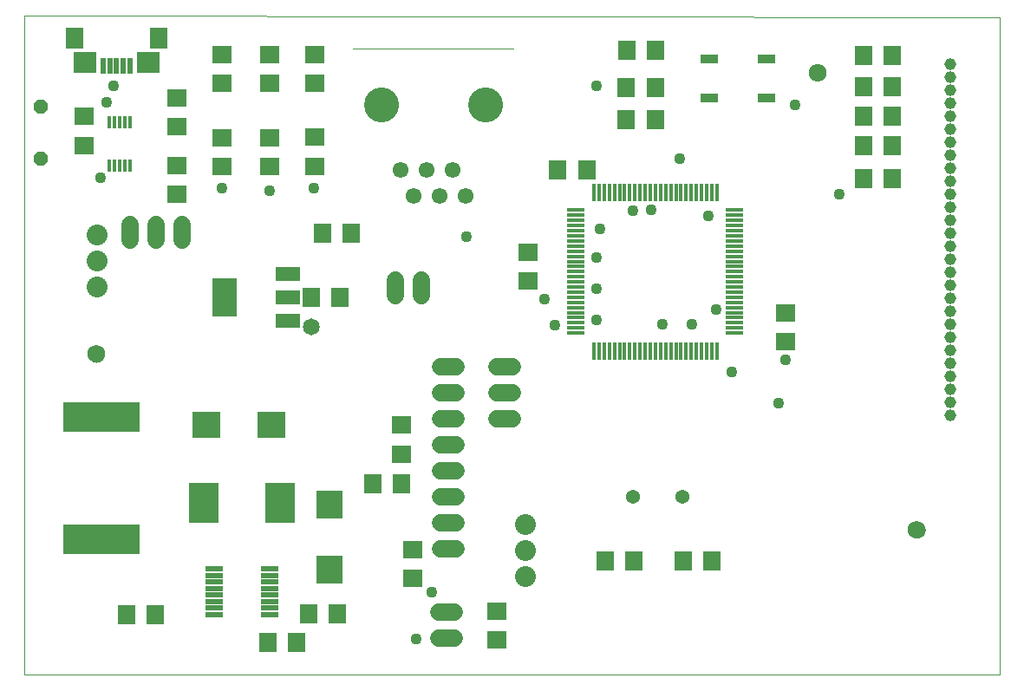
<source format=gts>
G75*
%MOIN*%
%OFA0B0*%
%FSLAX24Y24*%
%IPPOS*%
%LPD*%
%AMOC8*
5,1,8,0,0,1.08239X$1,22.5*
%
%ADD10C,0.0000*%
%ADD11C,0.0690*%
%ADD12C,0.0660*%
%ADD13R,0.0166X0.0651*%
%ADD14R,0.0651X0.0166*%
%ADD15R,0.0690X0.0770*%
%ADD16R,0.0770X0.0690*%
%ADD17R,0.0690X0.0769*%
%ADD18R,0.0769X0.0690*%
%ADD19C,0.0004*%
%ADD20C,0.0611*%
%ADD21C,0.1340*%
%ADD22R,0.0660X0.0360*%
%ADD23C,0.0540*%
%ADD24R,0.0158X0.0454*%
%ADD25OC8,0.0540*%
%ADD26C,0.0460*%
%ADD27R,0.0940X0.0540*%
%ADD28R,0.0926X0.1477*%
%ADD29C,0.0800*%
%ADD30R,0.0651X0.0237*%
%ADD31R,0.1084X0.1005*%
%ADD32R,0.1005X0.1084*%
%ADD33R,0.1162X0.1556*%
%ADD34R,0.2934X0.1162*%
%ADD35R,0.0887X0.0847*%
%ADD36R,0.0690X0.0808*%
%ADD37R,0.0217X0.0591*%
%ADD38C,0.0436*%
%ADD39C,0.0651*%
D10*
X001260Y000436D02*
X038752Y000436D01*
X038752Y025696D01*
X001260Y025756D01*
X001260Y000436D01*
X003705Y012766D02*
X003707Y012801D01*
X003713Y012836D01*
X003723Y012870D01*
X003736Y012903D01*
X003753Y012934D01*
X003774Y012962D01*
X003797Y012989D01*
X003824Y013012D01*
X003852Y013033D01*
X003883Y013050D01*
X003916Y013063D01*
X003950Y013073D01*
X003985Y013079D01*
X004020Y013081D01*
X004055Y013079D01*
X004090Y013073D01*
X004124Y013063D01*
X004157Y013050D01*
X004188Y013033D01*
X004216Y013012D01*
X004243Y012989D01*
X004266Y012962D01*
X004287Y012934D01*
X004304Y012903D01*
X004317Y012870D01*
X004327Y012836D01*
X004333Y012801D01*
X004335Y012766D01*
X004333Y012731D01*
X004327Y012696D01*
X004317Y012662D01*
X004304Y012629D01*
X004287Y012598D01*
X004266Y012570D01*
X004243Y012543D01*
X004216Y012520D01*
X004188Y012499D01*
X004157Y012482D01*
X004124Y012469D01*
X004090Y012459D01*
X004055Y012453D01*
X004020Y012451D01*
X003985Y012453D01*
X003950Y012459D01*
X003916Y012469D01*
X003883Y012482D01*
X003852Y012499D01*
X003824Y012520D01*
X003797Y012543D01*
X003774Y012570D01*
X003753Y012598D01*
X003736Y012629D01*
X003723Y012662D01*
X003713Y012696D01*
X003707Y012731D01*
X003705Y012766D01*
X014340Y022346D02*
X014342Y022396D01*
X014348Y022446D01*
X014358Y022495D01*
X014371Y022544D01*
X014389Y022591D01*
X014410Y022637D01*
X014434Y022680D01*
X014462Y022722D01*
X014493Y022762D01*
X014527Y022799D01*
X014564Y022833D01*
X014604Y022864D01*
X014646Y022892D01*
X014689Y022916D01*
X014735Y022937D01*
X014782Y022955D01*
X014831Y022968D01*
X014880Y022978D01*
X014930Y022984D01*
X014980Y022986D01*
X015030Y022984D01*
X015080Y022978D01*
X015129Y022968D01*
X015178Y022955D01*
X015225Y022937D01*
X015271Y022916D01*
X015314Y022892D01*
X015356Y022864D01*
X015396Y022833D01*
X015433Y022799D01*
X015467Y022762D01*
X015498Y022722D01*
X015526Y022680D01*
X015550Y022637D01*
X015571Y022591D01*
X015589Y022544D01*
X015602Y022495D01*
X015612Y022446D01*
X015618Y022396D01*
X015620Y022346D01*
X015618Y022296D01*
X015612Y022246D01*
X015602Y022197D01*
X015589Y022148D01*
X015571Y022101D01*
X015550Y022055D01*
X015526Y022012D01*
X015498Y021970D01*
X015467Y021930D01*
X015433Y021893D01*
X015396Y021859D01*
X015356Y021828D01*
X015314Y021800D01*
X015271Y021776D01*
X015225Y021755D01*
X015178Y021737D01*
X015129Y021724D01*
X015080Y021714D01*
X015030Y021708D01*
X014980Y021706D01*
X014930Y021708D01*
X014880Y021714D01*
X014831Y021724D01*
X014782Y021737D01*
X014735Y021755D01*
X014689Y021776D01*
X014646Y021800D01*
X014604Y021828D01*
X014564Y021859D01*
X014527Y021893D01*
X014493Y021930D01*
X014462Y021970D01*
X014434Y022012D01*
X014410Y022055D01*
X014389Y022101D01*
X014371Y022148D01*
X014358Y022197D01*
X014348Y022246D01*
X014342Y022296D01*
X014340Y022346D01*
X018340Y022346D02*
X018342Y022396D01*
X018348Y022446D01*
X018358Y022495D01*
X018371Y022544D01*
X018389Y022591D01*
X018410Y022637D01*
X018434Y022680D01*
X018462Y022722D01*
X018493Y022762D01*
X018527Y022799D01*
X018564Y022833D01*
X018604Y022864D01*
X018646Y022892D01*
X018689Y022916D01*
X018735Y022937D01*
X018782Y022955D01*
X018831Y022968D01*
X018880Y022978D01*
X018930Y022984D01*
X018980Y022986D01*
X019030Y022984D01*
X019080Y022978D01*
X019129Y022968D01*
X019178Y022955D01*
X019225Y022937D01*
X019271Y022916D01*
X019314Y022892D01*
X019356Y022864D01*
X019396Y022833D01*
X019433Y022799D01*
X019467Y022762D01*
X019498Y022722D01*
X019526Y022680D01*
X019550Y022637D01*
X019571Y022591D01*
X019589Y022544D01*
X019602Y022495D01*
X019612Y022446D01*
X019618Y022396D01*
X019620Y022346D01*
X019618Y022296D01*
X019612Y022246D01*
X019602Y022197D01*
X019589Y022148D01*
X019571Y022101D01*
X019550Y022055D01*
X019526Y022012D01*
X019498Y021970D01*
X019467Y021930D01*
X019433Y021893D01*
X019396Y021859D01*
X019356Y021828D01*
X019314Y021800D01*
X019271Y021776D01*
X019225Y021755D01*
X019178Y021737D01*
X019129Y021724D01*
X019080Y021714D01*
X019030Y021708D01*
X018980Y021706D01*
X018930Y021708D01*
X018880Y021714D01*
X018831Y021724D01*
X018782Y021737D01*
X018735Y021755D01*
X018689Y021776D01*
X018646Y021800D01*
X018604Y021828D01*
X018564Y021859D01*
X018527Y021893D01*
X018493Y021930D01*
X018462Y021970D01*
X018434Y022012D01*
X018410Y022055D01*
X018389Y022101D01*
X018371Y022148D01*
X018358Y022197D01*
X018348Y022246D01*
X018342Y022296D01*
X018340Y022346D01*
X031425Y023586D02*
X031427Y023621D01*
X031433Y023656D01*
X031443Y023690D01*
X031456Y023723D01*
X031473Y023754D01*
X031494Y023782D01*
X031517Y023809D01*
X031544Y023832D01*
X031572Y023853D01*
X031603Y023870D01*
X031636Y023883D01*
X031670Y023893D01*
X031705Y023899D01*
X031740Y023901D01*
X031775Y023899D01*
X031810Y023893D01*
X031844Y023883D01*
X031877Y023870D01*
X031908Y023853D01*
X031936Y023832D01*
X031963Y023809D01*
X031986Y023782D01*
X032007Y023754D01*
X032024Y023723D01*
X032037Y023690D01*
X032047Y023656D01*
X032053Y023621D01*
X032055Y023586D01*
X032053Y023551D01*
X032047Y023516D01*
X032037Y023482D01*
X032024Y023449D01*
X032007Y023418D01*
X031986Y023390D01*
X031963Y023363D01*
X031936Y023340D01*
X031908Y023319D01*
X031877Y023302D01*
X031844Y023289D01*
X031810Y023279D01*
X031775Y023273D01*
X031740Y023271D01*
X031705Y023273D01*
X031670Y023279D01*
X031636Y023289D01*
X031603Y023302D01*
X031572Y023319D01*
X031544Y023340D01*
X031517Y023363D01*
X031494Y023390D01*
X031473Y023418D01*
X031456Y023449D01*
X031443Y023482D01*
X031433Y023516D01*
X031427Y023551D01*
X031425Y023586D01*
X035245Y006006D02*
X035247Y006041D01*
X035253Y006076D01*
X035263Y006110D01*
X035276Y006143D01*
X035293Y006174D01*
X035314Y006202D01*
X035337Y006229D01*
X035364Y006252D01*
X035392Y006273D01*
X035423Y006290D01*
X035456Y006303D01*
X035490Y006313D01*
X035525Y006319D01*
X035560Y006321D01*
X035595Y006319D01*
X035630Y006313D01*
X035664Y006303D01*
X035697Y006290D01*
X035728Y006273D01*
X035756Y006252D01*
X035783Y006229D01*
X035806Y006202D01*
X035827Y006174D01*
X035844Y006143D01*
X035857Y006110D01*
X035867Y006076D01*
X035873Y006041D01*
X035875Y006006D01*
X035873Y005971D01*
X035867Y005936D01*
X035857Y005902D01*
X035844Y005869D01*
X035827Y005838D01*
X035806Y005810D01*
X035783Y005783D01*
X035756Y005760D01*
X035728Y005739D01*
X035697Y005722D01*
X035664Y005709D01*
X035630Y005699D01*
X035595Y005693D01*
X035560Y005691D01*
X035525Y005693D01*
X035490Y005699D01*
X035456Y005709D01*
X035423Y005722D01*
X035392Y005739D01*
X035364Y005760D01*
X035337Y005783D01*
X035314Y005810D01*
X035293Y005838D01*
X035276Y005869D01*
X035263Y005902D01*
X035253Y005936D01*
X035247Y005971D01*
X035245Y006006D01*
D11*
X035560Y006006D03*
X031740Y023586D03*
X004020Y012766D03*
D12*
X005320Y017126D02*
X005320Y017726D01*
X006320Y017726D02*
X006320Y017126D01*
X007320Y017126D02*
X007320Y017726D01*
X015520Y015606D02*
X015520Y015006D01*
X016520Y015006D02*
X016520Y015606D01*
X017240Y012266D02*
X017840Y012266D01*
X017840Y011266D02*
X017240Y011266D01*
X017240Y010266D02*
X017840Y010266D01*
X017840Y009266D02*
X017240Y009266D01*
X017240Y008266D02*
X017840Y008266D01*
X017840Y007266D02*
X017240Y007266D01*
X017240Y006266D02*
X017840Y006266D01*
X017840Y005266D02*
X017240Y005266D01*
X017200Y002846D02*
X017800Y002846D01*
X017800Y001846D02*
X017200Y001846D01*
X019430Y010266D02*
X020030Y010266D01*
X020030Y011266D02*
X019430Y011266D01*
X019430Y012266D02*
X020030Y012266D01*
D13*
X023157Y012874D03*
X023354Y012874D03*
X023551Y012874D03*
X023748Y012874D03*
X023945Y012874D03*
X024142Y012874D03*
X024338Y012874D03*
X024535Y012874D03*
X024732Y012874D03*
X024929Y012874D03*
X025126Y012874D03*
X025323Y012874D03*
X025520Y012874D03*
X025716Y012874D03*
X025913Y012874D03*
X026110Y012874D03*
X026307Y012874D03*
X026504Y012874D03*
X026701Y012874D03*
X026897Y012874D03*
X027094Y012874D03*
X027291Y012874D03*
X027488Y012874D03*
X027685Y012874D03*
X027882Y012874D03*
X027882Y018977D03*
X027685Y018977D03*
X027488Y018977D03*
X027291Y018977D03*
X027094Y018977D03*
X026897Y018977D03*
X026701Y018977D03*
X026504Y018977D03*
X026307Y018977D03*
X026110Y018977D03*
X025913Y018977D03*
X025716Y018977D03*
X025520Y018977D03*
X025323Y018977D03*
X025126Y018977D03*
X024929Y018977D03*
X024732Y018977D03*
X024535Y018977D03*
X024338Y018977D03*
X024142Y018977D03*
X023945Y018977D03*
X023748Y018977D03*
X023551Y018977D03*
X023354Y018977D03*
X023157Y018977D03*
D14*
X022468Y018288D03*
X022468Y018091D03*
X022468Y017894D03*
X022468Y017697D03*
X022468Y017500D03*
X022468Y017304D03*
X022468Y017107D03*
X022468Y016910D03*
X022468Y016713D03*
X022468Y016516D03*
X022468Y016319D03*
X022468Y016122D03*
X022468Y015926D03*
X022468Y015729D03*
X022468Y015532D03*
X022468Y015335D03*
X022468Y015138D03*
X022468Y014941D03*
X022468Y014744D03*
X022468Y014548D03*
X022468Y014351D03*
X022468Y014154D03*
X022468Y013957D03*
X022468Y013760D03*
X022468Y013563D03*
X028571Y013563D03*
X028571Y013760D03*
X028571Y013957D03*
X028571Y014154D03*
X028571Y014351D03*
X028571Y014548D03*
X028571Y014744D03*
X028571Y014941D03*
X028571Y015138D03*
X028571Y015335D03*
X028571Y015532D03*
X028571Y015729D03*
X028571Y015926D03*
X028571Y016122D03*
X028571Y016319D03*
X028571Y016516D03*
X028571Y016713D03*
X028571Y016910D03*
X028571Y017107D03*
X028571Y017304D03*
X028571Y017500D03*
X028571Y017697D03*
X028571Y017894D03*
X028571Y018091D03*
X028571Y018288D03*
D15*
X025519Y021786D03*
X024400Y021786D03*
X024400Y023016D03*
X025519Y023016D03*
X022879Y019846D03*
X021760Y019846D03*
X015759Y007756D03*
X014640Y007756D03*
X011739Y001666D03*
X010620Y001666D03*
D16*
X015740Y008906D03*
X015740Y010025D03*
X010700Y019966D03*
X012420Y019986D03*
X012420Y021105D03*
X010700Y021085D03*
X008850Y021075D03*
X008850Y019956D03*
X008840Y023166D03*
X008840Y024285D03*
X010700Y024285D03*
X012420Y024285D03*
X012420Y023166D03*
X010700Y023166D03*
X003560Y021905D03*
X003560Y020786D03*
D17*
X012298Y014936D03*
X013401Y014936D03*
X013831Y017416D03*
X012728Y017416D03*
X024418Y024446D03*
X025521Y024446D03*
X033518Y024236D03*
X034621Y024236D03*
X034621Y023046D03*
X033518Y023046D03*
X033518Y021906D03*
X034621Y021906D03*
X034621Y020766D03*
X033518Y020766D03*
X033518Y019516D03*
X034621Y019516D03*
X027681Y004796D03*
X026578Y004796D03*
X024681Y004796D03*
X023578Y004796D03*
X013291Y002786D03*
X012188Y002786D03*
X006291Y002726D03*
X005188Y002726D03*
D18*
X016200Y004134D03*
X016200Y005237D03*
X019430Y002857D03*
X019430Y001754D03*
X030520Y013234D03*
X030520Y014337D03*
X020620Y015574D03*
X020620Y016677D03*
X007130Y018914D03*
X007130Y020017D03*
X007130Y021494D03*
X007130Y022597D03*
D19*
X013905Y024515D02*
X020055Y024515D01*
D20*
X017730Y019846D03*
X016730Y019846D03*
X015730Y019846D03*
X016230Y018846D03*
X017230Y018846D03*
X018230Y018846D03*
D21*
X018980Y022346D03*
X014980Y022346D03*
D22*
X027580Y022596D03*
X027580Y024096D03*
X029780Y024096D03*
X029780Y022596D03*
D23*
X026570Y007266D03*
X024670Y007266D03*
D24*
X005313Y020014D03*
X005116Y020014D03*
X004920Y020014D03*
X004723Y020014D03*
X004526Y020014D03*
X004526Y021678D03*
X004723Y021678D03*
X004920Y021678D03*
X005116Y021678D03*
X005313Y021678D03*
D25*
X001900Y022286D03*
X001900Y020286D03*
D26*
X036840Y020406D03*
X036840Y020906D03*
X036840Y021406D03*
X036840Y021906D03*
X036840Y022406D03*
X036840Y022906D03*
X036840Y023406D03*
X036840Y023906D03*
X036840Y019906D03*
X036840Y019406D03*
X036840Y018906D03*
X036840Y018406D03*
X036840Y017906D03*
X036840Y017406D03*
X036840Y016906D03*
X036840Y016406D03*
X036840Y015906D03*
X036840Y015406D03*
X036840Y014906D03*
X036840Y014406D03*
X036840Y013906D03*
X036840Y013406D03*
X036840Y012906D03*
X036840Y012406D03*
X036840Y011906D03*
X036840Y011406D03*
X036840Y010906D03*
X036840Y010406D03*
D27*
X011390Y014026D03*
X011390Y014936D03*
X011390Y015846D03*
D28*
X008949Y014936D03*
D29*
X004040Y015346D03*
X004040Y016346D03*
X004040Y017346D03*
X020520Y006206D03*
X020520Y005206D03*
X020520Y004206D03*
D30*
X010679Y004251D03*
X010679Y004501D03*
X010679Y004001D03*
X010679Y003751D03*
X010679Y003501D03*
X010679Y003251D03*
X010679Y003001D03*
X010679Y002751D03*
X008560Y002751D03*
X008560Y003001D03*
X008560Y003251D03*
X008560Y003501D03*
X008560Y003751D03*
X008560Y004001D03*
X008560Y004251D03*
X008560Y004501D03*
D31*
X008240Y010026D03*
X010759Y010026D03*
D32*
X012980Y006985D03*
X012980Y004466D03*
D33*
X011076Y007026D03*
X008163Y007026D03*
D34*
X004213Y005645D03*
X004213Y010332D03*
D35*
X003579Y023980D03*
X006020Y023980D03*
D36*
X006414Y024906D03*
X003185Y024906D03*
D37*
X004288Y023852D03*
X004544Y023852D03*
X004800Y023852D03*
X005055Y023852D03*
X005311Y023852D03*
D38*
X004680Y023086D03*
X004420Y022426D03*
X004200Y019546D03*
X008850Y019146D03*
X010700Y019036D03*
X012400Y019146D03*
X018260Y017266D03*
X021260Y014866D03*
X021660Y013866D03*
X023260Y014066D03*
X023260Y015266D03*
X023260Y016466D03*
X023380Y017556D03*
X024660Y018266D03*
X025360Y018316D03*
X027540Y018066D03*
X026460Y020266D03*
X023260Y023066D03*
X030900Y022326D03*
X032580Y018906D03*
X027860Y014466D03*
X026910Y013906D03*
X025800Y013896D03*
X028460Y012066D03*
X030260Y010866D03*
X030510Y012526D03*
X016920Y003606D03*
X016920Y003606D03*
X016320Y001806D03*
D39*
X012290Y013816D03*
M02*

</source>
